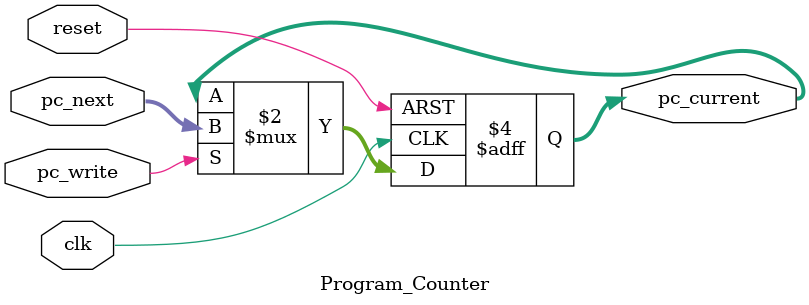
<source format=sv>
module Program_Counter (
    input  logic        clk,          
    input  logic        reset,        
    input  logic        pc_write,     // Write enable for PC
    input  logic [31:0] pc_next,      // Next PC value
    output logic [31:0] pc_current    // Current PC value
);

    always_ff @(posedge clk or posedge reset) begin
        if (reset) 
            pc_current <= 32'h00000000;  
        else if (pc_write) 
            pc_current <= pc_next;       
    end

endmodule

</source>
